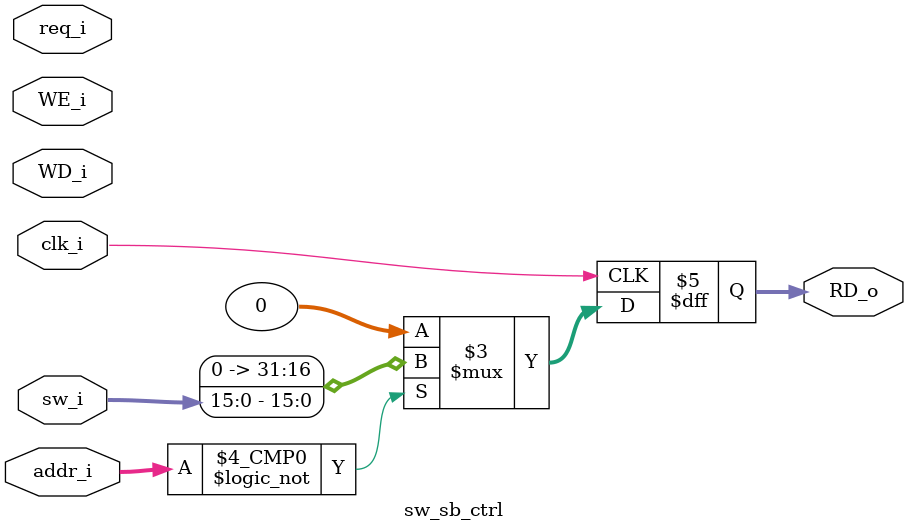
<source format=v>
module sw_sb_ctrl(
/*
    ×àñòü èíòåðôåéñà ìîäóëÿ, îòâå÷àþùàÿ çà ïîäêëþ÷åíèå ê ñèñòåìíîé øèíå
*/
  input [31:0]  addr_i,
  input         req_i,
  input [31:0]  WD_i, // \
  input         clk_i,//  - ýòè ñèãíàëû íå èñïîëüçóþòñÿ è äîáàâëåíû äëÿ ñîâìåñòèìîñòè ñ ñèñòåìíîé øèíîé
  input         WE_i, // /
  output reg [31:0] RD_o,

/*
    ×àñòü èíòåðôåéñà ìîäóëÿ, îòâå÷àþùàÿ çà ïîäêëþ÷åíèå ê ïåðèôåðèè
*/
  input [15:0]  sw_i
);

    always@(posedge clk_i) begin
        case(addr_i)
            32'h0:
                RD_o <= {{16{1'b0}}, sw_i};
            default:
                RD_o <= 0;
        endcase
    end



endmodule
</source>
